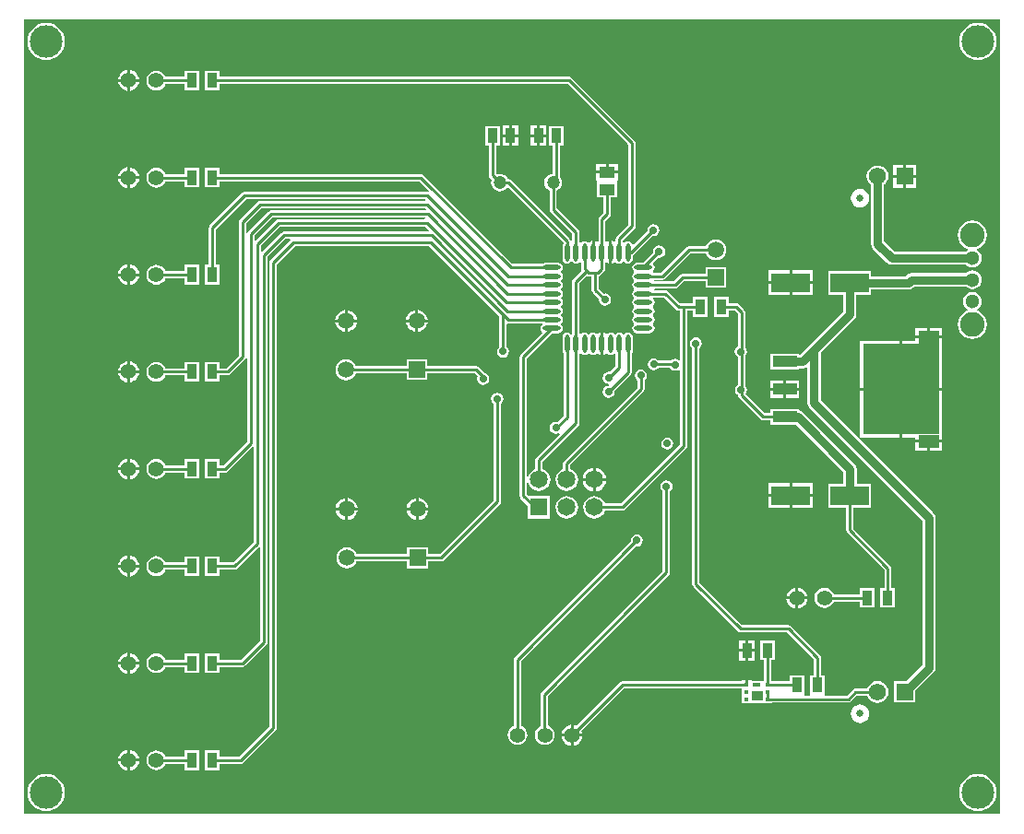
<source format=gtl>
G04*
G04 #@! TF.GenerationSoftware,Altium Limited,Altium Designer,21.9.2 (33)*
G04*
G04 Layer_Physical_Order=1*
G04 Layer_Color=255*
%FSLAX44Y44*%
%MOMM*%
G71*
G04*
G04 #@! TF.SameCoordinates,0E528642-7EEA-4571-B266-ABD313229C03*
G04*
G04*
G04 #@! TF.FilePolarity,Positive*
G04*
G01*
G75*
%ADD12C,0.2540*%
%ADD17R,0.9500X1.4000*%
%ADD18O,1.6500X0.4500*%
%ADD19O,0.4500X1.6500*%
%ADD20R,1.0000X0.9500*%
%ADD21R,0.7500X0.3000*%
%ADD22R,0.4500X0.3000*%
%ADD23R,1.9100X1.2350*%
%ADD24R,7.0000X8.3300*%
%ADD25R,2.1600X1.0700*%
%ADD26R,0.9100X1.3900*%
%ADD27R,1.4700X1.0200*%
%ADD28R,3.5500X1.8000*%
%ADD56C,0.8000*%
%ADD57C,1.4000*%
%ADD58C,1.3000*%
%ADD59C,2.2500*%
%ADD60R,1.5000X1.5000*%
%ADD61C,1.5000*%
%ADD62C,1.4160*%
%ADD63R,1.5000X1.5000*%
%ADD64C,1.2000*%
%ADD65R,1.6500X1.6500*%
%ADD66C,1.6500*%
%ADD67R,1.5750X1.5750*%
%ADD68C,1.5750*%
%ADD69C,0.6500*%
%ADD70C,3.0000*%
%ADD71C,0.7000*%
G36*
X895000Y-730000D02*
X0D01*
Y0D01*
X895000D01*
X895000Y-730000D01*
D02*
G37*
%LPC*%
G36*
X875000Y-2918D02*
X871667Y-3246D01*
X868463Y-4218D01*
X865510Y-5797D01*
X862921Y-7921D01*
X860797Y-10510D01*
X859218Y-13463D01*
X858246Y-16667D01*
X857918Y-20000D01*
X858246Y-23333D01*
X859218Y-26537D01*
X860797Y-29490D01*
X862921Y-32079D01*
X865510Y-34203D01*
X868463Y-35782D01*
X871667Y-36754D01*
X875000Y-37082D01*
X878333Y-36754D01*
X881537Y-35782D01*
X884490Y-34203D01*
X887079Y-32079D01*
X889203Y-29490D01*
X890782Y-26537D01*
X891754Y-23333D01*
X892082Y-20000D01*
X891754Y-16667D01*
X890782Y-13463D01*
X889203Y-10510D01*
X887079Y-7921D01*
X884490Y-5797D01*
X881537Y-4218D01*
X878333Y-3246D01*
X875000Y-2918D01*
D02*
G37*
G36*
X20000D02*
X16667Y-3246D01*
X13463Y-4218D01*
X10510Y-5797D01*
X7921Y-7921D01*
X5797Y-10510D01*
X4218Y-13463D01*
X3246Y-16667D01*
X2918Y-20000D01*
X3246Y-23333D01*
X4218Y-26537D01*
X5797Y-29490D01*
X7921Y-32079D01*
X10510Y-34203D01*
X13463Y-35782D01*
X16667Y-36754D01*
X20000Y-37082D01*
X23333Y-36754D01*
X26537Y-35782D01*
X29490Y-34203D01*
X32079Y-32079D01*
X34203Y-29490D01*
X35782Y-26537D01*
X36754Y-23333D01*
X37082Y-20000D01*
X36754Y-16667D01*
X35782Y-13463D01*
X34203Y-10510D01*
X32079Y-7921D01*
X29490Y-5797D01*
X26537Y-4218D01*
X23333Y-3246D01*
X20000Y-2918D01*
D02*
G37*
G36*
X96960Y-46454D02*
Y-54720D01*
X105226D01*
X105062Y-53479D01*
X104093Y-51139D01*
X102551Y-49129D01*
X100541Y-47587D01*
X98201Y-46618D01*
X96960Y-46454D01*
D02*
G37*
G36*
X94420D02*
X93179Y-46618D01*
X90838Y-47587D01*
X88829Y-49129D01*
X87287Y-51139D01*
X86318Y-53479D01*
X86154Y-54720D01*
X94420D01*
Y-46454D01*
D02*
G37*
G36*
X121090Y-46832D02*
X118720Y-47144D01*
X116511Y-48059D01*
X114614Y-49514D01*
X113159Y-51411D01*
X112244Y-53620D01*
X111932Y-55990D01*
X112244Y-58360D01*
X113159Y-60569D01*
X114614Y-62466D01*
X116511Y-63921D01*
X118720Y-64836D01*
X121090Y-65148D01*
X123460Y-64836D01*
X125669Y-63921D01*
X127566Y-62466D01*
X129021Y-60569D01*
X129537Y-59324D01*
X146750D01*
Y-64990D01*
X160250D01*
Y-46990D01*
X146750D01*
Y-52656D01*
X129537D01*
X129021Y-51411D01*
X127566Y-49514D01*
X125669Y-48059D01*
X123460Y-47144D01*
X121090Y-46832D01*
D02*
G37*
G36*
X105226Y-57260D02*
X96960D01*
Y-65526D01*
X98201Y-65362D01*
X100541Y-64393D01*
X102551Y-62851D01*
X104093Y-60841D01*
X105062Y-58501D01*
X105226Y-57260D01*
D02*
G37*
G36*
X94420D02*
X86154D01*
X86318Y-58501D01*
X87287Y-60841D01*
X88829Y-62851D01*
X90838Y-64393D01*
X93179Y-65362D01*
X94420Y-65526D01*
Y-57260D01*
D02*
G37*
G36*
X453250Y-97150D02*
X447430D01*
Y-105370D01*
X453250D01*
Y-97150D01*
D02*
G37*
G36*
X478760D02*
X472940D01*
Y-105370D01*
X478760D01*
Y-97150D01*
D02*
G37*
G36*
X470400D02*
X464580D01*
Y-105370D01*
X470400D01*
Y-97150D01*
D02*
G37*
G36*
X444890D02*
X439070D01*
Y-105370D01*
X444890D01*
Y-97150D01*
D02*
G37*
G36*
X478760Y-107910D02*
X472940D01*
Y-116130D01*
X478760D01*
Y-107910D01*
D02*
G37*
G36*
X470400D02*
X464580D01*
Y-116130D01*
X470400D01*
Y-107910D01*
D02*
G37*
G36*
X453250D02*
X447430D01*
Y-116130D01*
X453250D01*
Y-107910D01*
D02*
G37*
G36*
X444890D02*
X439070D01*
Y-116130D01*
X444890D01*
Y-107910D01*
D02*
G37*
G36*
X544640Y-132610D02*
X536020D01*
Y-138980D01*
X544640D01*
Y-132610D01*
D02*
G37*
G36*
X533480D02*
X524860D01*
Y-138980D01*
X533480D01*
Y-132610D01*
D02*
G37*
G36*
X818405Y-133605D02*
X809260D01*
Y-142750D01*
X818405D01*
Y-133605D01*
D02*
G37*
G36*
X806720D02*
X797575D01*
Y-142750D01*
X806720D01*
Y-133605D01*
D02*
G37*
G36*
X96960Y-135673D02*
Y-143939D01*
X105226D01*
X105062Y-142697D01*
X104093Y-140357D01*
X102551Y-138348D01*
X100541Y-136805D01*
X98201Y-135836D01*
X96960Y-135673D01*
D02*
G37*
G36*
X94420D02*
X93179Y-135836D01*
X90838Y-136805D01*
X88829Y-138348D01*
X87287Y-140357D01*
X86318Y-142697D01*
X86154Y-143939D01*
X94420D01*
Y-135673D01*
D02*
G37*
G36*
X121090Y-136050D02*
X118720Y-136362D01*
X116511Y-137277D01*
X114614Y-138733D01*
X113159Y-140629D01*
X112244Y-142838D01*
X111932Y-145209D01*
X112244Y-147579D01*
X113159Y-149788D01*
X114614Y-151685D01*
X116511Y-153140D01*
X118720Y-154055D01*
X121090Y-154367D01*
X123460Y-154055D01*
X125669Y-153140D01*
X127566Y-151685D01*
X129021Y-149788D01*
X129537Y-148543D01*
X146750D01*
Y-154209D01*
X160250D01*
Y-136209D01*
X146750D01*
Y-141875D01*
X129537D01*
X129021Y-140629D01*
X127566Y-138733D01*
X125669Y-137277D01*
X123460Y-136362D01*
X121090Y-136050D01*
D02*
G37*
G36*
X818405Y-145290D02*
X809260D01*
Y-154435D01*
X818405D01*
Y-145290D01*
D02*
G37*
G36*
X806720D02*
X797575D01*
Y-154435D01*
X806720D01*
Y-145290D01*
D02*
G37*
G36*
X105226Y-146479D02*
X96960D01*
Y-154744D01*
X98201Y-154581D01*
X100541Y-153612D01*
X102551Y-152070D01*
X104093Y-150060D01*
X105062Y-147720D01*
X105226Y-146479D01*
D02*
G37*
G36*
X94420D02*
X86154D01*
X86318Y-147720D01*
X87287Y-150060D01*
X88829Y-152070D01*
X90838Y-153612D01*
X93179Y-154581D01*
X94420Y-154744D01*
Y-146479D01*
D02*
G37*
G36*
X766990Y-155447D02*
X764771Y-155739D01*
X762703Y-156595D01*
X760928Y-157958D01*
X759565Y-159733D01*
X758709Y-161801D01*
X758417Y-164020D01*
X758709Y-166239D01*
X759565Y-168307D01*
X760928Y-170082D01*
X762703Y-171445D01*
X764771Y-172301D01*
X766990Y-172593D01*
X769209Y-172301D01*
X771276Y-171445D01*
X773052Y-170082D01*
X774415Y-168307D01*
X775271Y-166239D01*
X775563Y-164020D01*
X775271Y-161801D01*
X774415Y-159733D01*
X773052Y-157958D01*
X771276Y-156595D01*
X769209Y-155739D01*
X766990Y-155447D01*
D02*
G37*
G36*
X179250Y-46990D02*
X165750D01*
Y-64990D01*
X179250D01*
Y-59324D01*
X498859D01*
X554416Y-114881D01*
Y-188369D01*
X543693Y-199092D01*
X542970Y-200174D01*
X542716Y-201450D01*
Y-203855D01*
X541775Y-204221D01*
X541446Y-204288D01*
X539919Y-203268D01*
X539320Y-203149D01*
Y-213780D01*
Y-224411D01*
X539919Y-224292D01*
X541504Y-223233D01*
X541764Y-222844D01*
X542196D01*
X543197Y-222985D01*
X544392Y-223783D01*
X546050Y-224113D01*
X547708Y-223783D01*
X549114Y-222844D01*
X549415Y-222394D01*
X550685D01*
X550986Y-222844D01*
X552392Y-223783D01*
X554050Y-224113D01*
X555708Y-223783D01*
X557114Y-222844D01*
X558054Y-221438D01*
X558383Y-219780D01*
Y-216768D01*
X559328Y-216137D01*
X576505Y-198960D01*
X577250Y-199108D01*
X579396Y-198681D01*
X581215Y-197465D01*
X582431Y-195646D01*
X582858Y-193500D01*
X582431Y-191354D01*
X581215Y-189535D01*
X579396Y-188319D01*
X577250Y-187892D01*
X575104Y-188319D01*
X573285Y-189535D01*
X572069Y-191354D01*
X571642Y-193500D01*
X571790Y-194245D01*
X559315Y-206720D01*
X558099Y-206352D01*
X558054Y-206122D01*
X557114Y-204716D01*
X555708Y-203776D01*
X554050Y-203447D01*
X552392Y-203776D01*
X550986Y-204716D01*
X549650Y-204429D01*
X549384Y-204202D01*
Y-202831D01*
X560107Y-192108D01*
X560830Y-191026D01*
X561084Y-189750D01*
Y-113500D01*
X560830Y-112224D01*
X560107Y-111143D01*
X502598Y-53632D01*
X501516Y-52910D01*
X500240Y-52656D01*
X179250D01*
Y-46990D01*
D02*
G37*
G36*
X494620Y-97690D02*
X481520D01*
Y-115590D01*
X484736D01*
Y-141815D01*
X483132Y-142026D01*
X481185Y-142832D01*
X479514Y-144115D01*
X478232Y-145786D01*
X477426Y-147732D01*
X477151Y-149820D01*
X477426Y-151909D01*
X478232Y-153855D01*
X479514Y-155526D01*
X481185Y-156808D01*
X481886Y-157098D01*
Y-174720D01*
X482140Y-175996D01*
X482863Y-177078D01*
X502716Y-196931D01*
Y-203451D01*
X502007Y-203861D01*
X501437Y-203577D01*
X501369Y-203472D01*
X501130Y-202274D01*
X500408Y-201193D01*
X446678Y-147463D01*
X445596Y-146740D01*
X444320Y-146486D01*
X443698D01*
X443408Y-145786D01*
X442126Y-144115D01*
X440454Y-142832D01*
X438508Y-142026D01*
X436420Y-141751D01*
X434332Y-142026D01*
X434247Y-142061D01*
X433094Y-141194D01*
Y-115590D01*
X436310D01*
Y-97690D01*
X423210D01*
Y-115590D01*
X426426D01*
Y-143160D01*
X426680Y-144436D01*
X427402Y-145518D01*
X428916Y-147031D01*
X428626Y-147732D01*
X428351Y-149820D01*
X428626Y-151909D01*
X429432Y-153855D01*
X430714Y-155526D01*
X432385Y-156808D01*
X434332Y-157614D01*
X436420Y-157889D01*
X438508Y-157614D01*
X440454Y-156808D01*
X442126Y-155526D01*
X442729Y-154740D01*
X444414Y-154629D01*
X494716Y-204931D01*
Y-205120D01*
X494047Y-206122D01*
X493717Y-207780D01*
Y-219780D01*
X494047Y-221438D01*
X494986Y-222844D01*
X496392Y-223783D01*
X498050Y-224113D01*
X499709Y-223783D01*
X501114Y-222844D01*
X501415Y-222394D01*
X502685D01*
X502986Y-222844D01*
X504392Y-223783D01*
X506050Y-224113D01*
X507709Y-223783D01*
X509114Y-222844D01*
X510450Y-223131D01*
X510716Y-223358D01*
Y-229050D01*
X510970Y-230326D01*
X511266Y-230769D01*
X503693Y-238342D01*
X502970Y-239424D01*
X502716Y-240700D01*
Y-288827D01*
X501977Y-289166D01*
X501415D01*
X501114Y-288716D01*
X499709Y-287776D01*
X498050Y-287446D01*
X496392Y-287776D01*
X494986Y-288716D01*
X494047Y-290121D01*
X493717Y-291780D01*
Y-303780D01*
X494047Y-305438D01*
X494716Y-306440D01*
Y-363819D01*
X488912Y-369623D01*
X487750Y-369392D01*
X485604Y-369819D01*
X483785Y-371035D01*
X482569Y-372854D01*
X482142Y-375000D01*
X482569Y-377146D01*
X483785Y-378965D01*
X485604Y-380181D01*
X487750Y-380608D01*
X489896Y-380181D01*
X490384Y-379855D01*
X491194Y-380841D01*
X469992Y-402043D01*
X469270Y-403124D01*
X469016Y-404400D01*
Y-412937D01*
X467181Y-413697D01*
X465040Y-415340D01*
X463397Y-417481D01*
X462364Y-419974D01*
X461134Y-419758D01*
Y-311411D01*
X484432Y-288113D01*
X490050D01*
X491709Y-287783D01*
X493114Y-286844D01*
X494054Y-285438D01*
X494384Y-283780D01*
X494054Y-282122D01*
X493114Y-280716D01*
X492664Y-280415D01*
Y-279145D01*
X493114Y-278844D01*
X494054Y-277438D01*
X494384Y-275780D01*
X494054Y-274121D01*
X493114Y-272716D01*
X492664Y-272415D01*
Y-271145D01*
X493114Y-270844D01*
X494054Y-269438D01*
X494384Y-267780D01*
X494054Y-266122D01*
X493114Y-264716D01*
X492664Y-264415D01*
Y-263145D01*
X493114Y-262844D01*
X494054Y-261438D01*
X494384Y-259780D01*
X494054Y-258122D01*
X493114Y-256716D01*
X492664Y-256415D01*
Y-255145D01*
X493114Y-254844D01*
X494054Y-253438D01*
X494384Y-251780D01*
X494054Y-250122D01*
X493114Y-248716D01*
X492664Y-248415D01*
Y-247145D01*
X493114Y-246844D01*
X494054Y-245438D01*
X494384Y-243780D01*
X494054Y-242122D01*
X493114Y-240716D01*
X492664Y-240415D01*
Y-239145D01*
X493114Y-238844D01*
X494054Y-237438D01*
X494384Y-235780D01*
X494054Y-234122D01*
X493114Y-232716D01*
X492664Y-232415D01*
Y-231145D01*
X493114Y-230844D01*
X494054Y-229438D01*
X494384Y-227780D01*
X494054Y-226122D01*
X493114Y-224716D01*
X491709Y-223776D01*
X490050Y-223447D01*
X478050D01*
X476392Y-223776D01*
X475390Y-224446D01*
X447661D01*
X366066Y-142851D01*
X364985Y-142128D01*
X363709Y-141875D01*
X179250D01*
Y-136209D01*
X165750D01*
Y-154209D01*
X179250D01*
Y-148543D01*
X362328D01*
X370943Y-157158D01*
X370317Y-158329D01*
X369500Y-158166D01*
X202250D01*
X200974Y-158420D01*
X199893Y-159143D01*
X170142Y-188892D01*
X169420Y-189974D01*
X169166Y-191250D01*
Y-225427D01*
X165750D01*
Y-243427D01*
X179250D01*
Y-225427D01*
X175834D01*
Y-192631D01*
X203631Y-164834D01*
X367583D01*
X368009Y-165396D01*
X367377Y-166666D01*
X216000D01*
X214724Y-166920D01*
X213643Y-167642D01*
X197642Y-183643D01*
X196920Y-184724D01*
X196666Y-186000D01*
Y-308619D01*
X184973Y-320312D01*
X179250D01*
Y-314646D01*
X165750D01*
Y-332646D01*
X179250D01*
Y-326980D01*
X186354D01*
X187630Y-326726D01*
X188712Y-326003D01*
X202358Y-312358D01*
X203080Y-311276D01*
X203146Y-310946D01*
X204416Y-311071D01*
Y-387619D01*
X182505Y-409530D01*
X179250D01*
Y-403864D01*
X165750D01*
Y-421864D01*
X179250D01*
Y-416198D01*
X183886D01*
X185162Y-415945D01*
X186243Y-415222D01*
X209146Y-392319D01*
X210416Y-392845D01*
Y-479869D01*
X191536Y-498749D01*
X179250D01*
Y-493083D01*
X165750D01*
Y-511083D01*
X179250D01*
Y-505417D01*
X192917D01*
X194193Y-505163D01*
X195275Y-504440D01*
X215146Y-484569D01*
X216416Y-485095D01*
Y-570369D01*
X198818Y-587967D01*
X179250D01*
Y-582301D01*
X165750D01*
Y-600301D01*
X179250D01*
Y-594636D01*
X200199D01*
X201474Y-594382D01*
X202556Y-593659D01*
X222108Y-574108D01*
X222830Y-573026D01*
X223084Y-571750D01*
Y-218131D01*
X239631Y-201584D01*
X243405D01*
X243931Y-202854D01*
X225893Y-220893D01*
X225170Y-221974D01*
X224916Y-223250D01*
Y-649119D01*
X196849Y-677186D01*
X179250D01*
Y-671520D01*
X165750D01*
Y-689520D01*
X179250D01*
Y-683854D01*
X198230D01*
X199506Y-683600D01*
X200588Y-682878D01*
X230607Y-652858D01*
X231330Y-651776D01*
X231584Y-650500D01*
Y-224631D01*
X248131Y-208084D01*
X371501D01*
X435916Y-272499D01*
Y-300613D01*
X435285Y-301035D01*
X434069Y-302854D01*
X433642Y-305000D01*
X434069Y-307146D01*
X435285Y-308965D01*
X437104Y-310181D01*
X439250Y-310608D01*
X441396Y-310181D01*
X443215Y-308965D01*
X444431Y-307146D01*
X444858Y-305000D01*
X444431Y-302854D01*
X443215Y-301035D01*
X442584Y-300613D01*
Y-280145D01*
X443854Y-279102D01*
X443911Y-279114D01*
X475098D01*
X475437Y-279853D01*
Y-280415D01*
X474986Y-280716D01*
X474047Y-282122D01*
X473717Y-283780D01*
X474047Y-285438D01*
X474986Y-286844D01*
X475101Y-288014D01*
X455443Y-307673D01*
X454720Y-308754D01*
X454466Y-310030D01*
Y-437500D01*
X454720Y-438776D01*
X455443Y-439857D01*
X462100Y-446515D01*
Y-458300D01*
X482600D01*
Y-437800D01*
X462815D01*
X461134Y-436119D01*
Y-425542D01*
X462364Y-425326D01*
X463397Y-427819D01*
X465040Y-429960D01*
X467181Y-431603D01*
X469674Y-432636D01*
X472350Y-432988D01*
X475026Y-432636D01*
X477519Y-431603D01*
X479660Y-429960D01*
X481303Y-427819D01*
X482336Y-425326D01*
X482688Y-422650D01*
X482336Y-419974D01*
X481303Y-417481D01*
X479660Y-415340D01*
X477519Y-413697D01*
X475684Y-412937D01*
Y-405781D01*
X508408Y-373057D01*
X509131Y-371976D01*
X509384Y-370700D01*
Y-306732D01*
X510123Y-306393D01*
X510685D01*
X510986Y-306844D01*
X512392Y-307783D01*
X514050Y-308113D01*
X515709Y-307783D01*
X517114Y-306844D01*
X517415Y-306393D01*
X518685D01*
X518986Y-306844D01*
X520392Y-307783D01*
X522050Y-308113D01*
X523708Y-307783D01*
X524903Y-306985D01*
X525905Y-306844D01*
X526337D01*
X526597Y-307233D01*
X528181Y-308292D01*
X528780Y-308411D01*
Y-297780D01*
Y-287148D01*
X528181Y-287268D01*
X526597Y-288326D01*
X526337Y-288716D01*
X525905D01*
X524903Y-288575D01*
X523708Y-287776D01*
X522050Y-287446D01*
X520392Y-287776D01*
X518986Y-288716D01*
X518685Y-289166D01*
X517415D01*
X517114Y-288716D01*
X515709Y-287776D01*
X514050Y-287446D01*
X512392Y-287776D01*
X510986Y-288716D01*
X509650Y-288429D01*
X509384Y-288202D01*
Y-242081D01*
X515971Y-235494D01*
X516474Y-235830D01*
X517750Y-236084D01*
X520666D01*
Y-248500D01*
X520920Y-249776D01*
X521642Y-250858D01*
X527290Y-256505D01*
X527142Y-257250D01*
X527569Y-259396D01*
X528785Y-261215D01*
X530604Y-262431D01*
X532750Y-262858D01*
X534896Y-262431D01*
X536715Y-261215D01*
X537931Y-259396D01*
X538358Y-257250D01*
X537931Y-255104D01*
X536715Y-253285D01*
X534896Y-252069D01*
X532750Y-251642D01*
X532005Y-251790D01*
X527334Y-247119D01*
Y-235868D01*
X527526Y-235830D01*
X528607Y-235107D01*
X532408Y-231307D01*
X533130Y-230226D01*
X533384Y-228950D01*
Y-223705D01*
X534326Y-223339D01*
X534654Y-223272D01*
X536181Y-224292D01*
X536780Y-224411D01*
Y-213780D01*
Y-203149D01*
X536181Y-203268D01*
X534654Y-204288D01*
X534326Y-204221D01*
X533384Y-203855D01*
Y-184831D01*
X537108Y-181108D01*
X537830Y-180026D01*
X538084Y-178750D01*
Y-163350D01*
X544100D01*
Y-149160D01*
X544100Y-149150D01*
X544124Y-147890D01*
X544640D01*
Y-141520D01*
X524860D01*
Y-147890D01*
X525376D01*
X525400Y-149150D01*
X525400Y-149160D01*
Y-163350D01*
X531416D01*
Y-177369D01*
X527693Y-181092D01*
X526970Y-182174D01*
X526716Y-183450D01*
Y-203855D01*
X525775Y-204221D01*
X525446Y-204288D01*
X523919Y-203268D01*
X523320Y-203149D01*
Y-213780D01*
X520780D01*
Y-203149D01*
X520181Y-203268D01*
X518597Y-204326D01*
X518337Y-204716D01*
X517905D01*
X516903Y-204575D01*
X515709Y-203776D01*
X514050Y-203447D01*
X512392Y-203776D01*
X510986Y-204716D01*
X509650Y-204429D01*
X509384Y-204202D01*
Y-195550D01*
X509131Y-194274D01*
X508408Y-193193D01*
X488554Y-173339D01*
Y-157098D01*
X489254Y-156808D01*
X490926Y-155526D01*
X492208Y-153855D01*
X493014Y-151909D01*
X493289Y-149820D01*
X493014Y-147732D01*
X492208Y-145786D01*
X491404Y-144738D01*
Y-115590D01*
X494620D01*
Y-97690D01*
D02*
G37*
G36*
X634500Y-202018D02*
X632020Y-202345D01*
X629709Y-203302D01*
X627725Y-204825D01*
X626202Y-206809D01*
X625598Y-208266D01*
X609900D01*
X608624Y-208520D01*
X607542Y-209242D01*
X584339Y-232446D01*
X577003D01*
X576664Y-231707D01*
Y-231145D01*
X577114Y-230844D01*
X578054Y-229438D01*
X578383Y-227780D01*
X578054Y-226122D01*
X577114Y-224716D01*
X576999Y-223546D01*
X581822Y-218723D01*
X582500Y-218858D01*
X584646Y-218431D01*
X586465Y-217215D01*
X587681Y-215396D01*
X588108Y-213250D01*
X587681Y-211104D01*
X586465Y-209285D01*
X584646Y-208069D01*
X582500Y-207642D01*
X580354Y-208069D01*
X578535Y-209285D01*
X577319Y-211104D01*
X576892Y-213250D01*
X577054Y-214061D01*
X567668Y-223447D01*
X562050D01*
X560392Y-223776D01*
X558986Y-224716D01*
X558047Y-226122D01*
X557717Y-227780D01*
X558047Y-229438D01*
X558986Y-230844D01*
X559436Y-231145D01*
Y-232415D01*
X558986Y-232716D01*
X558047Y-234122D01*
X557717Y-235780D01*
X558047Y-237438D01*
X558986Y-238844D01*
X559436Y-239145D01*
Y-240415D01*
X558986Y-240716D01*
X558047Y-242122D01*
X557717Y-243780D01*
X558047Y-245438D01*
X558986Y-246844D01*
X559436Y-247145D01*
Y-248415D01*
X558986Y-248716D01*
X558047Y-250122D01*
X557717Y-251780D01*
X558047Y-253438D01*
X558986Y-254844D01*
X559436Y-255145D01*
Y-256415D01*
X558986Y-256716D01*
X558047Y-258122D01*
X557717Y-259780D01*
X558047Y-261438D01*
X558986Y-262844D01*
X559436Y-263145D01*
Y-264415D01*
X558986Y-264716D01*
X558047Y-266122D01*
X557717Y-267780D01*
X558047Y-269438D01*
X558986Y-270844D01*
X559436Y-271145D01*
Y-272415D01*
X558986Y-272716D01*
X558047Y-274121D01*
X557717Y-275780D01*
X558047Y-277438D01*
X558986Y-278844D01*
X559436Y-279145D01*
Y-280415D01*
X558986Y-280716D01*
X558047Y-282122D01*
X557717Y-283780D01*
X558047Y-285438D01*
X558986Y-286844D01*
X560392Y-287783D01*
X562050Y-288113D01*
X574050D01*
X575708Y-287783D01*
X577114Y-286844D01*
X578054Y-285438D01*
X578383Y-283780D01*
X578054Y-282122D01*
X577114Y-280716D01*
X576664Y-280415D01*
Y-279145D01*
X577114Y-278844D01*
X578054Y-277438D01*
X578383Y-275780D01*
X578054Y-274121D01*
X577114Y-272716D01*
X576664Y-272415D01*
Y-271145D01*
X577114Y-270844D01*
X578054Y-269438D01*
X578383Y-267780D01*
X578054Y-266122D01*
X577114Y-264716D01*
X576664Y-264415D01*
Y-263145D01*
X577114Y-262844D01*
X578054Y-261438D01*
X578383Y-259780D01*
X578054Y-258122D01*
X577114Y-256716D01*
X577401Y-255380D01*
X577628Y-255114D01*
X586899D01*
X598143Y-266357D01*
X599224Y-267080D01*
X600500Y-267334D01*
X601916D01*
Y-311975D01*
X600646Y-312654D01*
X599396Y-311819D01*
X597250Y-311392D01*
X595104Y-311819D01*
X593285Y-313035D01*
X593030Y-313416D01*
X582137D01*
X581715Y-312785D01*
X579896Y-311569D01*
X577750Y-311142D01*
X575604Y-311569D01*
X573785Y-312785D01*
X572569Y-314604D01*
X572142Y-316750D01*
X572569Y-318896D01*
X573785Y-320715D01*
X575604Y-321931D01*
X577750Y-322358D01*
X579896Y-321931D01*
X581715Y-320715D01*
X582137Y-320084D01*
X592696D01*
X593285Y-320965D01*
X595104Y-322181D01*
X597250Y-322608D01*
X599396Y-322181D01*
X600646Y-321346D01*
X601916Y-322024D01*
Y-390119D01*
X547319Y-444716D01*
X532864D01*
X532103Y-442881D01*
X530460Y-440740D01*
X528319Y-439097D01*
X525826Y-438064D01*
X523150Y-437712D01*
X520474Y-438064D01*
X517981Y-439097D01*
X515840Y-440740D01*
X514197Y-442881D01*
X513164Y-445374D01*
X512812Y-448050D01*
X513164Y-450726D01*
X514197Y-453219D01*
X515840Y-455360D01*
X517981Y-457003D01*
X520474Y-458036D01*
X523150Y-458388D01*
X525826Y-458036D01*
X528319Y-457003D01*
X530460Y-455360D01*
X532103Y-453219D01*
X532864Y-451384D01*
X548700D01*
X549976Y-451130D01*
X551058Y-450407D01*
X607607Y-393857D01*
X608330Y-392776D01*
X608584Y-391500D01*
Y-267334D01*
X613750D01*
Y-273000D01*
X627250D01*
Y-255000D01*
X613750D01*
Y-260666D01*
X601881D01*
X590637Y-249422D01*
X589556Y-248700D01*
X588280Y-248446D01*
X578378D01*
X577994Y-247780D01*
X578378Y-247114D01*
X597220D01*
X598496Y-246860D01*
X599578Y-246137D01*
X605381Y-240334D01*
X625000D01*
Y-246500D01*
X644000D01*
Y-227500D01*
X625000D01*
Y-233666D01*
X604000D01*
X602724Y-233920D01*
X601642Y-234643D01*
X595839Y-240446D01*
X578378D01*
X577994Y-239780D01*
X578378Y-239114D01*
X585720D01*
X586996Y-238860D01*
X588078Y-238137D01*
X611281Y-214934D01*
X625598D01*
X626202Y-216391D01*
X627725Y-218375D01*
X629709Y-219898D01*
X632020Y-220856D01*
X634500Y-221182D01*
X636980Y-220856D01*
X639291Y-219898D01*
X641275Y-218375D01*
X642798Y-216391D01*
X643755Y-214080D01*
X644082Y-211600D01*
X643755Y-209120D01*
X642798Y-206809D01*
X641275Y-204825D01*
X639291Y-203302D01*
X636980Y-202345D01*
X634500Y-202018D01*
D02*
G37*
G36*
X782990Y-134060D02*
X780412Y-134399D01*
X778010Y-135394D01*
X775947Y-136977D01*
X774364Y-139040D01*
X773369Y-141442D01*
X773030Y-144020D01*
X773369Y-146598D01*
X774364Y-149000D01*
X775947Y-151063D01*
X776872Y-151773D01*
Y-205990D01*
X777338Y-208331D01*
X778664Y-210315D01*
X791674Y-223326D01*
X793659Y-224652D01*
X796000Y-225117D01*
X864010D01*
X865713Y-226425D01*
X867781Y-227281D01*
X870000Y-227573D01*
X872219Y-227281D01*
X874287Y-226425D01*
X876062Y-225062D01*
X877425Y-223287D01*
X878281Y-221219D01*
X878573Y-219000D01*
X878281Y-216781D01*
X877425Y-214713D01*
X876062Y-212938D01*
X874596Y-211813D01*
X874590Y-210756D01*
X874728Y-210383D01*
X876682Y-209574D01*
X879450Y-207450D01*
X881574Y-204682D01*
X882909Y-201459D01*
X883364Y-198000D01*
X882909Y-194541D01*
X881574Y-191318D01*
X879450Y-188550D01*
X876682Y-186426D01*
X873459Y-185091D01*
X870000Y-184636D01*
X866541Y-185091D01*
X863318Y-186426D01*
X860550Y-188550D01*
X858426Y-191318D01*
X857091Y-194541D01*
X856636Y-198000D01*
X857091Y-201459D01*
X858426Y-204682D01*
X860550Y-207450D01*
X863318Y-209574D01*
X865272Y-210383D01*
X865410Y-210756D01*
X865404Y-211813D01*
X864010Y-212882D01*
X798534D01*
X789107Y-203456D01*
Y-151773D01*
X790033Y-151063D01*
X791616Y-149000D01*
X792611Y-146598D01*
X792950Y-144020D01*
X792611Y-141442D01*
X791616Y-139040D01*
X790033Y-136977D01*
X787970Y-135394D01*
X785568Y-134399D01*
X782990Y-134060D01*
D02*
G37*
G36*
X96960Y-224891D02*
Y-233157D01*
X105226D01*
X105062Y-231916D01*
X104093Y-229576D01*
X102551Y-227566D01*
X100541Y-226024D01*
X98201Y-225055D01*
X96960Y-224891D01*
D02*
G37*
G36*
X94420D02*
X93179Y-225055D01*
X90838Y-226024D01*
X88829Y-227566D01*
X87287Y-229576D01*
X86318Y-231916D01*
X86154Y-233157D01*
X94420D01*
Y-224891D01*
D02*
G37*
G36*
X870000Y-230427D02*
X867781Y-230719D01*
X865713Y-231575D01*
X864010Y-232882D01*
X814000D01*
X811659Y-233348D01*
X809674Y-234674D01*
X808656Y-235693D01*
X777270D01*
Y-230810D01*
X737770D01*
Y-252810D01*
X751403D01*
Y-268196D01*
X720424Y-299174D01*
X720424Y-299174D01*
X711870Y-307729D01*
X710600Y-307228D01*
Y-306850D01*
X685000D01*
Y-321550D01*
X710600D01*
Y-320317D01*
X714050D01*
X716391Y-319852D01*
X717363Y-319203D01*
X718633Y-319882D01*
Y-352250D01*
X719098Y-354591D01*
X720424Y-356576D01*
X824133Y-460284D01*
Y-592936D01*
X809213Y-607855D01*
X798115D01*
Y-627605D01*
X817865D01*
Y-616507D01*
X834576Y-599796D01*
X835902Y-597811D01*
X836367Y-595470D01*
Y-457750D01*
X835902Y-455409D01*
X834576Y-453424D01*
X730868Y-349716D01*
Y-306034D01*
X761846Y-275056D01*
X763172Y-273071D01*
X763637Y-270730D01*
Y-252810D01*
X777270D01*
Y-247927D01*
X811190D01*
X813531Y-247462D01*
X815516Y-246136D01*
X816534Y-245117D01*
X864010D01*
X865713Y-246425D01*
X867781Y-247281D01*
X870000Y-247573D01*
X872219Y-247281D01*
X874287Y-246425D01*
X876062Y-245062D01*
X877425Y-243287D01*
X878281Y-241219D01*
X878573Y-239000D01*
X878281Y-236781D01*
X877425Y-234713D01*
X876062Y-232938D01*
X874287Y-231575D01*
X872219Y-230719D01*
X870000Y-230427D01*
D02*
G37*
G36*
X723810Y-230270D02*
X704790D01*
Y-240540D01*
X723810D01*
Y-230270D01*
D02*
G37*
G36*
X702250D02*
X683230D01*
Y-240540D01*
X702250D01*
Y-230270D01*
D02*
G37*
G36*
X121090Y-225269D02*
X118720Y-225581D01*
X116511Y-226496D01*
X114614Y-227951D01*
X113159Y-229848D01*
X112244Y-232057D01*
X111932Y-234427D01*
X112244Y-236798D01*
X113159Y-239006D01*
X114614Y-240903D01*
X116511Y-242358D01*
X118720Y-243274D01*
X121090Y-243585D01*
X123460Y-243274D01*
X125669Y-242358D01*
X127566Y-240903D01*
X129021Y-239006D01*
X129537Y-237761D01*
X146750D01*
Y-243427D01*
X160250D01*
Y-225427D01*
X146750D01*
Y-231093D01*
X129537D01*
X129021Y-229848D01*
X127566Y-227951D01*
X125669Y-226496D01*
X123460Y-225581D01*
X121090Y-225269D01*
D02*
G37*
G36*
X105226Y-235697D02*
X96960D01*
Y-243963D01*
X98201Y-243799D01*
X100541Y-242830D01*
X102551Y-241288D01*
X104093Y-239279D01*
X105062Y-236938D01*
X105226Y-235697D01*
D02*
G37*
G36*
X94420D02*
X86154D01*
X86318Y-236938D01*
X87287Y-239279D01*
X88829Y-241288D01*
X90838Y-242830D01*
X93179Y-243799D01*
X94420Y-243963D01*
Y-235697D01*
D02*
G37*
G36*
X723810Y-243080D02*
X704790D01*
Y-253350D01*
X723810D01*
Y-243080D01*
D02*
G37*
G36*
X702250D02*
X683230D01*
Y-253350D01*
X702250D01*
Y-243080D01*
D02*
G37*
G36*
X296520Y-266791D02*
Y-275480D01*
X305209D01*
X305032Y-274129D01*
X304020Y-271687D01*
X302411Y-269589D01*
X300313Y-267980D01*
X297871Y-266968D01*
X296520Y-266791D01*
D02*
G37*
G36*
X361520Y-266791D02*
Y-275480D01*
X370209D01*
X370032Y-274129D01*
X369020Y-271687D01*
X367411Y-269589D01*
X365313Y-267980D01*
X362871Y-266968D01*
X361520Y-266791D01*
D02*
G37*
G36*
X358980Y-266791D02*
X357629Y-266968D01*
X355187Y-267980D01*
X353089Y-269589D01*
X351480Y-271687D01*
X350468Y-274129D01*
X350291Y-275480D01*
X358980D01*
Y-266791D01*
D02*
G37*
G36*
X293980D02*
X292629Y-266968D01*
X290187Y-267980D01*
X288089Y-269589D01*
X286480Y-271687D01*
X285468Y-274129D01*
X285291Y-275480D01*
X293980D01*
Y-266791D01*
D02*
G37*
G36*
X358980Y-278020D02*
X350291D01*
X350468Y-279371D01*
X351480Y-281813D01*
X353089Y-283911D01*
X355187Y-285520D01*
X357629Y-286532D01*
X358980Y-286709D01*
Y-278020D01*
D02*
G37*
G36*
X305209D02*
X296520D01*
Y-286709D01*
X297871Y-286532D01*
X300313Y-285520D01*
X302411Y-283911D01*
X304020Y-281813D01*
X305032Y-279371D01*
X305209Y-278020D01*
D02*
G37*
G36*
X293980D02*
X285291D01*
X285468Y-279371D01*
X286480Y-281813D01*
X288089Y-283911D01*
X290187Y-285520D01*
X292629Y-286532D01*
X293980Y-286709D01*
Y-278020D01*
D02*
G37*
G36*
X370209D02*
X361520D01*
Y-286709D01*
X362871Y-286532D01*
X365313Y-285520D01*
X367411Y-283911D01*
X369020Y-281813D01*
X370032Y-279371D01*
X370209Y-278020D01*
D02*
G37*
G36*
X842040Y-283060D02*
X831220D01*
Y-290505D01*
X842040D01*
Y-283060D01*
D02*
G37*
G36*
X828680D02*
X817860D01*
Y-290505D01*
X828680D01*
Y-283060D01*
D02*
G37*
G36*
X870000Y-250427D02*
X867781Y-250719D01*
X865713Y-251575D01*
X863938Y-252938D01*
X862575Y-254713D01*
X861719Y-256781D01*
X861427Y-259000D01*
X861719Y-261219D01*
X862575Y-263287D01*
X863938Y-265062D01*
X865404Y-266187D01*
X865410Y-267244D01*
X865272Y-267617D01*
X863318Y-268426D01*
X860550Y-270550D01*
X858426Y-273318D01*
X857091Y-276541D01*
X856636Y-280000D01*
X857091Y-283459D01*
X858426Y-286682D01*
X860550Y-289450D01*
X863318Y-291574D01*
X866541Y-292909D01*
X870000Y-293364D01*
X873459Y-292909D01*
X876682Y-291574D01*
X879450Y-289450D01*
X881574Y-286682D01*
X882909Y-283459D01*
X883364Y-280000D01*
X882909Y-276541D01*
X881574Y-273318D01*
X879450Y-270550D01*
X876682Y-268426D01*
X874728Y-267617D01*
X874590Y-267244D01*
X874596Y-266187D01*
X876062Y-265062D01*
X877425Y-263287D01*
X878281Y-261219D01*
X878573Y-259000D01*
X878281Y-256781D01*
X877425Y-254713D01*
X876062Y-252938D01*
X874287Y-251575D01*
X872219Y-250719D01*
X870000Y-250427D01*
D02*
G37*
G36*
X96960Y-314110D02*
Y-322376D01*
X105226D01*
X105062Y-321134D01*
X104093Y-318794D01*
X102551Y-316785D01*
X100541Y-315243D01*
X98201Y-314273D01*
X96960Y-314110D01*
D02*
G37*
G36*
X94420D02*
X93179Y-314273D01*
X90838Y-315243D01*
X88829Y-316785D01*
X87287Y-318794D01*
X86318Y-321134D01*
X86154Y-322376D01*
X94420D01*
Y-314110D01*
D02*
G37*
G36*
X531320Y-287148D02*
Y-297780D01*
Y-308411D01*
X531919Y-308292D01*
X533504Y-307233D01*
X533764Y-306844D01*
X534196D01*
X535197Y-306985D01*
X536392Y-307783D01*
X538050Y-308113D01*
X539708Y-307783D01*
X541114Y-306844D01*
X542450Y-307130D01*
X542716Y-307357D01*
Y-318319D01*
X537245Y-323790D01*
X536500Y-323642D01*
X534354Y-324069D01*
X532535Y-325285D01*
X531319Y-327104D01*
X530892Y-329250D01*
X531319Y-331396D01*
X532535Y-333215D01*
X534354Y-334431D01*
X536084Y-334775D01*
X536640Y-335809D01*
X536681Y-336090D01*
X536425Y-336427D01*
X536250Y-336392D01*
X534104Y-336819D01*
X532285Y-338035D01*
X531069Y-339854D01*
X530642Y-342000D01*
X531069Y-344146D01*
X532285Y-345965D01*
X534104Y-347181D01*
X536250Y-347608D01*
X538396Y-347181D01*
X540215Y-345965D01*
X541431Y-344146D01*
X541858Y-342000D01*
X541710Y-341255D01*
X556408Y-326557D01*
X557130Y-325476D01*
X557384Y-324200D01*
Y-306440D01*
X558054Y-305438D01*
X558383Y-303780D01*
Y-291780D01*
X558054Y-290121D01*
X557114Y-288716D01*
X555708Y-287776D01*
X554050Y-287446D01*
X552392Y-287776D01*
X550986Y-288716D01*
X550685Y-289166D01*
X549415D01*
X549114Y-288716D01*
X547708Y-287776D01*
X546050Y-287446D01*
X544392Y-287776D01*
X542986Y-288716D01*
X542685Y-289166D01*
X541415D01*
X541114Y-288716D01*
X539708Y-287776D01*
X538050Y-287446D01*
X536392Y-287776D01*
X535197Y-288575D01*
X534196Y-288716D01*
X533764D01*
X533504Y-288326D01*
X531919Y-287268D01*
X531320Y-287148D01*
D02*
G37*
G36*
X121090Y-314487D02*
X118720Y-314799D01*
X116511Y-315714D01*
X114614Y-317170D01*
X113159Y-319067D01*
X112244Y-321275D01*
X111932Y-323646D01*
X112244Y-326016D01*
X113159Y-328225D01*
X114614Y-330122D01*
X116511Y-331577D01*
X118720Y-332492D01*
X121090Y-332804D01*
X123460Y-332492D01*
X125669Y-331577D01*
X127566Y-330122D01*
X129021Y-328225D01*
X129537Y-326980D01*
X146750D01*
Y-332646D01*
X160250D01*
Y-314646D01*
X146750D01*
Y-320312D01*
X129537D01*
X129021Y-319067D01*
X127566Y-317170D01*
X125669Y-315714D01*
X123460Y-314799D01*
X121090Y-314487D01*
D02*
G37*
G36*
X105226Y-324916D02*
X96960D01*
Y-333181D01*
X98201Y-333018D01*
X100541Y-332049D01*
X102551Y-330507D01*
X104093Y-328497D01*
X105062Y-326157D01*
X105226Y-324916D01*
D02*
G37*
G36*
X94420D02*
X86154D01*
X86318Y-326157D01*
X87287Y-328497D01*
X88829Y-330507D01*
X90838Y-332049D01*
X93179Y-333018D01*
X94420Y-333181D01*
Y-324916D01*
D02*
G37*
G36*
X295250Y-312168D02*
X292770Y-312495D01*
X290459Y-313452D01*
X288475Y-314975D01*
X286952Y-316959D01*
X285995Y-319270D01*
X285668Y-321750D01*
X285995Y-324230D01*
X286952Y-326541D01*
X288475Y-328526D01*
X290459Y-330048D01*
X292770Y-331006D01*
X295250Y-331332D01*
X297730Y-331006D01*
X300041Y-330048D01*
X302026Y-328526D01*
X303548Y-326541D01*
X304152Y-325084D01*
X350750D01*
Y-331250D01*
X369750D01*
Y-325084D01*
X413119D01*
X415847Y-327812D01*
X415819Y-327854D01*
X415392Y-330000D01*
X415819Y-332146D01*
X417035Y-333965D01*
X418854Y-335181D01*
X421000Y-335608D01*
X423146Y-335181D01*
X424965Y-333965D01*
X426181Y-332146D01*
X426608Y-330000D01*
X426181Y-327854D01*
X424965Y-326035D01*
X423146Y-324819D01*
X422070Y-324605D01*
X416857Y-319393D01*
X415776Y-318670D01*
X414500Y-318416D01*
X369750D01*
Y-312250D01*
X350750D01*
Y-318416D01*
X304152D01*
X303548Y-316959D01*
X302026Y-314975D01*
X300041Y-313452D01*
X297730Y-312495D01*
X295250Y-312168D01*
D02*
G37*
G36*
X842040Y-293045D02*
X829950D01*
X817860D01*
Y-295410D01*
X805770D01*
Y-338330D01*
X842040D01*
Y-300490D01*
Y-293045D01*
D02*
G37*
G36*
X803230Y-295410D02*
X766960D01*
Y-338330D01*
X803230D01*
Y-295410D01*
D02*
G37*
G36*
X711140Y-331710D02*
X699070D01*
Y-338330D01*
X711140D01*
Y-331710D01*
D02*
G37*
G36*
X696530D02*
X684460D01*
Y-338330D01*
X696530D01*
Y-331710D01*
D02*
G37*
G36*
X711140Y-340870D02*
X699070D01*
Y-347490D01*
X711140D01*
Y-340870D01*
D02*
G37*
G36*
X696530D02*
X684460D01*
Y-347490D01*
X696530D01*
Y-340870D01*
D02*
G37*
G36*
X803230Y-340870D02*
X766960D01*
Y-383790D01*
X803230D01*
Y-340870D01*
D02*
G37*
G36*
X842040D02*
X805770D01*
Y-383790D01*
X817860D01*
Y-386155D01*
X829950D01*
X842040D01*
Y-383790D01*
Y-340870D01*
D02*
G37*
G36*
X590000Y-383892D02*
X587854Y-384319D01*
X586035Y-385535D01*
X584819Y-387354D01*
X584392Y-389500D01*
X584819Y-391646D01*
X586035Y-393465D01*
X587854Y-394681D01*
X590000Y-395108D01*
X592146Y-394681D01*
X593965Y-393465D01*
X595181Y-391646D01*
X595608Y-389500D01*
X595181Y-387354D01*
X593965Y-385535D01*
X592146Y-384319D01*
X590000Y-383892D01*
D02*
G37*
G36*
X842040Y-388695D02*
X831220D01*
Y-396140D01*
X842040D01*
Y-388695D01*
D02*
G37*
G36*
X828680D02*
X817860D01*
Y-396140D01*
X828680D01*
Y-388695D01*
D02*
G37*
G36*
X96960Y-403329D02*
Y-411594D01*
X105226D01*
X105062Y-410353D01*
X104093Y-408013D01*
X102551Y-406003D01*
X100541Y-404461D01*
X98201Y-403492D01*
X96960Y-403329D01*
D02*
G37*
G36*
X94420D02*
X93179Y-403492D01*
X90838Y-404461D01*
X88829Y-406003D01*
X87287Y-408013D01*
X86318Y-410353D01*
X86154Y-411594D01*
X94420D01*
Y-403329D01*
D02*
G37*
G36*
X524420Y-411934D02*
Y-421380D01*
X533866D01*
X533662Y-419833D01*
X532575Y-417208D01*
X530845Y-414954D01*
X528592Y-413225D01*
X525967Y-412138D01*
X524420Y-411934D01*
D02*
G37*
G36*
X521880D02*
X520333Y-412138D01*
X517708Y-413225D01*
X515454Y-414954D01*
X513725Y-417208D01*
X512638Y-419833D01*
X512434Y-421380D01*
X521880D01*
Y-411934D01*
D02*
G37*
G36*
X121090Y-403706D02*
X118720Y-404018D01*
X116511Y-404933D01*
X114614Y-406388D01*
X113159Y-408285D01*
X112244Y-410494D01*
X111932Y-412864D01*
X112244Y-415235D01*
X113159Y-417444D01*
X114614Y-419340D01*
X116511Y-420796D01*
X118720Y-421711D01*
X121090Y-422023D01*
X123460Y-421711D01*
X125669Y-420796D01*
X127566Y-419340D01*
X129021Y-417444D01*
X129537Y-416198D01*
X146750D01*
Y-421864D01*
X160250D01*
Y-403864D01*
X146750D01*
Y-409530D01*
X129537D01*
X129021Y-408285D01*
X127566Y-406388D01*
X125669Y-404933D01*
X123460Y-404018D01*
X121090Y-403706D01*
D02*
G37*
G36*
X105226Y-414134D02*
X96960D01*
Y-422400D01*
X98201Y-422237D01*
X100541Y-421267D01*
X102551Y-419725D01*
X104093Y-417716D01*
X105062Y-415376D01*
X105226Y-414134D01*
D02*
G37*
G36*
X94420D02*
X86154D01*
X86318Y-415376D01*
X87287Y-417716D01*
X88829Y-419725D01*
X90838Y-421267D01*
X93179Y-422237D01*
X94420Y-422400D01*
Y-414134D01*
D02*
G37*
G36*
X565750Y-321392D02*
X563604Y-321819D01*
X561785Y-323035D01*
X560569Y-324854D01*
X560142Y-327000D01*
X560569Y-329146D01*
X561785Y-330965D01*
X562416Y-331387D01*
Y-338119D01*
X495392Y-405143D01*
X494670Y-406224D01*
X494416Y-407500D01*
Y-412937D01*
X492581Y-413697D01*
X490440Y-415340D01*
X488797Y-417481D01*
X487764Y-419974D01*
X487412Y-422650D01*
X487764Y-425326D01*
X488797Y-427819D01*
X490440Y-429960D01*
X492581Y-431603D01*
X495074Y-432636D01*
X497750Y-432988D01*
X500426Y-432636D01*
X502919Y-431603D01*
X505060Y-429960D01*
X506703Y-427819D01*
X507736Y-425326D01*
X508088Y-422650D01*
X507736Y-419974D01*
X506703Y-417481D01*
X505060Y-415340D01*
X502919Y-413697D01*
X501084Y-412937D01*
Y-408881D01*
X568107Y-341857D01*
X568830Y-340776D01*
X569084Y-339500D01*
Y-331387D01*
X569715Y-330965D01*
X570931Y-329146D01*
X571358Y-327000D01*
X570931Y-324854D01*
X569715Y-323035D01*
X567896Y-321819D01*
X565750Y-321392D01*
D02*
G37*
G36*
X533866Y-423920D02*
X524420D01*
Y-433366D01*
X525967Y-433162D01*
X528592Y-432075D01*
X530845Y-430345D01*
X532575Y-428092D01*
X533662Y-425467D01*
X533866Y-423920D01*
D02*
G37*
G36*
X521880D02*
X512434D01*
X512638Y-425467D01*
X513725Y-428092D01*
X515454Y-430345D01*
X517708Y-432075D01*
X520333Y-433162D01*
X521880Y-433366D01*
Y-423920D01*
D02*
G37*
G36*
X723810Y-425850D02*
X704790D01*
Y-436120D01*
X723810D01*
Y-425850D01*
D02*
G37*
G36*
X702250D02*
X683230D01*
Y-436120D01*
X702250D01*
Y-425850D01*
D02*
G37*
G36*
X297110Y-439561D02*
Y-448250D01*
X305799D01*
X305622Y-446899D01*
X304610Y-444457D01*
X303001Y-442359D01*
X300903Y-440750D01*
X298461Y-439738D01*
X297110Y-439561D01*
D02*
G37*
G36*
X362110Y-439561D02*
Y-448250D01*
X370799D01*
X370622Y-446899D01*
X369610Y-444457D01*
X368001Y-442359D01*
X365903Y-440750D01*
X363461Y-439738D01*
X362110Y-439561D01*
D02*
G37*
G36*
X359570Y-439561D02*
X358219Y-439738D01*
X355777Y-440750D01*
X353679Y-442359D01*
X352070Y-444457D01*
X351058Y-446899D01*
X350881Y-448250D01*
X359570D01*
Y-439561D01*
D02*
G37*
G36*
X294570D02*
X293219Y-439738D01*
X290777Y-440750D01*
X288679Y-442359D01*
X287070Y-444457D01*
X286058Y-446899D01*
X285881Y-448250D01*
X294570D01*
Y-439561D01*
D02*
G37*
G36*
X723810Y-438660D02*
X704790D01*
Y-448930D01*
X723810D01*
Y-438660D01*
D02*
G37*
G36*
X702250D02*
X683230D01*
Y-448930D01*
X702250D01*
Y-438660D01*
D02*
G37*
G36*
X497750Y-437712D02*
X495074Y-438064D01*
X492581Y-439097D01*
X490440Y-440740D01*
X488797Y-442881D01*
X487764Y-445374D01*
X487412Y-448050D01*
X487764Y-450726D01*
X488797Y-453219D01*
X490440Y-455360D01*
X492581Y-457003D01*
X495074Y-458036D01*
X497750Y-458388D01*
X500426Y-458036D01*
X502919Y-457003D01*
X505060Y-455360D01*
X506703Y-453219D01*
X507736Y-450726D01*
X508088Y-448050D01*
X507736Y-445374D01*
X506703Y-442881D01*
X505060Y-440740D01*
X502919Y-439097D01*
X500426Y-438064D01*
X497750Y-437712D01*
D02*
G37*
G36*
X359570Y-450790D02*
X350881D01*
X351058Y-452141D01*
X352070Y-454583D01*
X353679Y-456681D01*
X355777Y-458290D01*
X358219Y-459302D01*
X359570Y-459479D01*
Y-450790D01*
D02*
G37*
G36*
X305799D02*
X297110D01*
Y-459479D01*
X298461Y-459302D01*
X300903Y-458290D01*
X303001Y-456681D01*
X304610Y-454583D01*
X305622Y-452141D01*
X305799Y-450790D01*
D02*
G37*
G36*
X294570D02*
X285881D01*
X286058Y-452141D01*
X287070Y-454583D01*
X288679Y-456681D01*
X290777Y-458290D01*
X293219Y-459302D01*
X294570Y-459479D01*
Y-450790D01*
D02*
G37*
G36*
X370799D02*
X362110D01*
Y-459479D01*
X363461Y-459302D01*
X365903Y-458290D01*
X368001Y-456681D01*
X369610Y-454583D01*
X370622Y-452141D01*
X370799Y-450790D01*
D02*
G37*
G36*
X562000Y-472892D02*
X559854Y-473319D01*
X558035Y-474535D01*
X556819Y-476354D01*
X556392Y-478500D01*
X556540Y-479245D01*
X450262Y-585522D01*
X449540Y-586604D01*
X449286Y-587880D01*
Y-649019D01*
X448081Y-649519D01*
X446201Y-650961D01*
X444758Y-652841D01*
X443852Y-655031D01*
X443542Y-657380D01*
X443852Y-659730D01*
X444758Y-661919D01*
X446201Y-663799D01*
X448081Y-665241D01*
X450271Y-666148D01*
X452620Y-666458D01*
X454969Y-666148D01*
X457159Y-665241D01*
X459039Y-663799D01*
X460481Y-661919D01*
X461388Y-659730D01*
X461698Y-657380D01*
X461388Y-655031D01*
X460481Y-652841D01*
X459039Y-650961D01*
X457159Y-649519D01*
X455954Y-649019D01*
Y-589261D01*
X561255Y-483960D01*
X562000Y-484108D01*
X564146Y-483681D01*
X565965Y-482465D01*
X567181Y-480646D01*
X567608Y-478500D01*
X567181Y-476354D01*
X565965Y-474535D01*
X564146Y-473319D01*
X562000Y-472892D01*
D02*
G37*
G36*
X434000Y-342892D02*
X431854Y-343319D01*
X430035Y-344535D01*
X428819Y-346354D01*
X428392Y-348500D01*
X428819Y-350646D01*
X430035Y-352465D01*
X430666Y-352887D01*
Y-441619D01*
X381099Y-491186D01*
X370340D01*
Y-485020D01*
X351340D01*
Y-491186D01*
X304742D01*
X304138Y-489729D01*
X302615Y-487745D01*
X300631Y-486222D01*
X298320Y-485265D01*
X295840Y-484938D01*
X293360Y-485265D01*
X291049Y-486222D01*
X289065Y-487745D01*
X287542Y-489729D01*
X286584Y-492040D01*
X286258Y-494520D01*
X286584Y-497000D01*
X287542Y-499311D01*
X289065Y-501296D01*
X291049Y-502818D01*
X293360Y-503775D01*
X295840Y-504102D01*
X298320Y-503775D01*
X300631Y-502818D01*
X302615Y-501296D01*
X304138Y-499311D01*
X304742Y-497854D01*
X351340D01*
Y-504020D01*
X370340D01*
Y-497854D01*
X382480D01*
X383756Y-497600D01*
X384837Y-496878D01*
X436357Y-445358D01*
X437080Y-444276D01*
X437334Y-443000D01*
Y-352887D01*
X437965Y-352465D01*
X439181Y-350646D01*
X439608Y-348500D01*
X439181Y-346354D01*
X437965Y-344535D01*
X436146Y-343319D01*
X434000Y-342892D01*
D02*
G37*
G36*
X96960Y-492547D02*
Y-500813D01*
X105226D01*
X105062Y-499571D01*
X104093Y-497231D01*
X102551Y-495222D01*
X100541Y-493680D01*
X98201Y-492710D01*
X96960Y-492547D01*
D02*
G37*
G36*
X94420D02*
X93179Y-492710D01*
X90838Y-493680D01*
X88829Y-495222D01*
X87287Y-497231D01*
X86318Y-499571D01*
X86154Y-500813D01*
X94420D01*
Y-492547D01*
D02*
G37*
G36*
X121090Y-492924D02*
X118720Y-493237D01*
X116511Y-494151D01*
X114614Y-495607D01*
X113159Y-497504D01*
X112244Y-499712D01*
X111932Y-502083D01*
X112244Y-504453D01*
X113159Y-506662D01*
X114614Y-508559D01*
X116511Y-510014D01*
X118720Y-510929D01*
X121090Y-511241D01*
X123460Y-510929D01*
X125669Y-510014D01*
X127566Y-508559D01*
X129021Y-506662D01*
X129537Y-505417D01*
X146750D01*
Y-511083D01*
X160250D01*
Y-493083D01*
X146750D01*
Y-498749D01*
X129537D01*
X129021Y-497504D01*
X127566Y-495607D01*
X125669Y-494151D01*
X123460Y-493237D01*
X121090Y-492924D01*
D02*
G37*
G36*
X105226Y-503353D02*
X96960D01*
Y-511619D01*
X98201Y-511455D01*
X100541Y-510486D01*
X102551Y-508944D01*
X104093Y-506934D01*
X105062Y-504594D01*
X105226Y-503353D01*
D02*
G37*
G36*
X94420D02*
X86154D01*
X86318Y-504594D01*
X87287Y-506934D01*
X88829Y-508944D01*
X90838Y-510486D01*
X93179Y-511455D01*
X94420Y-511619D01*
Y-503353D01*
D02*
G37*
G36*
X710200Y-521834D02*
Y-530100D01*
X718466D01*
X718302Y-528859D01*
X717333Y-526519D01*
X715791Y-524509D01*
X713782Y-522967D01*
X711441Y-521998D01*
X710200Y-521834D01*
D02*
G37*
G36*
X707660D02*
X706419Y-521998D01*
X704079Y-522967D01*
X702069Y-524509D01*
X700527Y-526519D01*
X699558Y-528859D01*
X699394Y-530100D01*
X707660D01*
Y-521834D01*
D02*
G37*
G36*
X646250Y-255000D02*
X632750D01*
Y-273000D01*
X646250D01*
Y-267334D01*
X651869D01*
X654666Y-270131D01*
Y-300529D01*
X653535Y-301285D01*
X652319Y-303104D01*
X651892Y-305250D01*
X652319Y-307396D01*
X653535Y-309215D01*
X654666Y-309971D01*
Y-335696D01*
X653785Y-336285D01*
X652569Y-338104D01*
X652142Y-340250D01*
X652569Y-342396D01*
X653785Y-344215D01*
X654666Y-344804D01*
Y-345000D01*
X654920Y-346276D01*
X655642Y-347357D01*
X675642Y-367357D01*
X676724Y-368080D01*
X678000Y-368334D01*
X685000D01*
Y-372350D01*
X708699D01*
X751633Y-415284D01*
Y-426390D01*
X737770D01*
Y-448390D01*
X754186D01*
Y-469020D01*
X754440Y-470296D01*
X755163Y-471377D01*
X789166Y-505381D01*
Y-522250D01*
X785750D01*
Y-540250D01*
X799250D01*
Y-522250D01*
X795834D01*
Y-504000D01*
X795580Y-502724D01*
X794857Y-501642D01*
X760854Y-467639D01*
Y-448390D01*
X777270D01*
Y-426390D01*
X763867D01*
Y-412750D01*
X763402Y-410409D01*
X762076Y-408424D01*
X714326Y-360674D01*
X712341Y-359348D01*
X710600Y-359002D01*
Y-357650D01*
X685000D01*
Y-361666D01*
X679381D01*
X661801Y-344086D01*
X662931Y-342396D01*
X663358Y-340250D01*
X662931Y-338104D01*
X661715Y-336285D01*
X661334Y-336030D01*
Y-309303D01*
X661465Y-309215D01*
X662681Y-307396D01*
X663108Y-305250D01*
X662681Y-303104D01*
X661465Y-301285D01*
X661334Y-301197D01*
Y-268750D01*
X661080Y-267474D01*
X660358Y-266392D01*
X655608Y-261642D01*
X654526Y-260920D01*
X653250Y-260666D01*
X646250D01*
Y-255000D01*
D02*
G37*
G36*
X734330Y-522212D02*
X731960Y-522524D01*
X729751Y-523439D01*
X727854Y-524894D01*
X726399Y-526791D01*
X725484Y-529000D01*
X725172Y-531370D01*
X725484Y-533740D01*
X726399Y-535949D01*
X727854Y-537846D01*
X729751Y-539301D01*
X731960Y-540216D01*
X734330Y-540528D01*
X736700Y-540216D01*
X738909Y-539301D01*
X740806Y-537846D01*
X742261Y-535949D01*
X742827Y-534584D01*
X766750D01*
Y-540250D01*
X780250D01*
Y-522250D01*
X766750D01*
Y-527916D01*
X742727D01*
X742261Y-526791D01*
X740806Y-524894D01*
X738909Y-523439D01*
X736700Y-522524D01*
X734330Y-522212D01*
D02*
G37*
G36*
X718466Y-532640D02*
X710200D01*
Y-540906D01*
X711441Y-540742D01*
X713782Y-539773D01*
X715791Y-538231D01*
X717333Y-536222D01*
X718302Y-533881D01*
X718466Y-532640D01*
D02*
G37*
G36*
X707660D02*
X699394D01*
X699558Y-533881D01*
X700527Y-536222D01*
X702069Y-538231D01*
X704079Y-539773D01*
X706419Y-540742D01*
X707660Y-540906D01*
Y-532640D01*
D02*
G37*
G36*
X670500Y-570090D02*
X664480D01*
Y-578360D01*
X670500D01*
Y-570090D01*
D02*
G37*
G36*
X661940D02*
X655920D01*
Y-578360D01*
X661940D01*
Y-570090D01*
D02*
G37*
G36*
X670500Y-580900D02*
X664480D01*
Y-589170D01*
X670500D01*
Y-580900D01*
D02*
G37*
G36*
X661940D02*
X655920D01*
Y-589170D01*
X661940D01*
Y-580900D01*
D02*
G37*
G36*
X96960Y-581766D02*
Y-590031D01*
X105226D01*
X105062Y-588790D01*
X104093Y-586450D01*
X102551Y-584440D01*
X100541Y-582898D01*
X98201Y-581929D01*
X96960Y-581766D01*
D02*
G37*
G36*
X94420D02*
X93179Y-581929D01*
X90838Y-582898D01*
X88829Y-584440D01*
X87287Y-586450D01*
X86318Y-588790D01*
X86154Y-590031D01*
X94420D01*
Y-581766D01*
D02*
G37*
G36*
X121090Y-582143D02*
X118720Y-582455D01*
X116511Y-583370D01*
X114614Y-584826D01*
X113159Y-586722D01*
X112244Y-588931D01*
X111932Y-591301D01*
X112244Y-593672D01*
X113159Y-595881D01*
X114614Y-597777D01*
X116511Y-599233D01*
X118720Y-600148D01*
X121090Y-600460D01*
X123460Y-600148D01*
X125669Y-599233D01*
X127566Y-597777D01*
X129021Y-595881D01*
X129537Y-594636D01*
X146750D01*
Y-600301D01*
X160250D01*
Y-582301D01*
X146750D01*
Y-587967D01*
X129537D01*
X129021Y-586722D01*
X127566Y-584826D01*
X125669Y-583370D01*
X123460Y-582455D01*
X121090Y-582143D01*
D02*
G37*
G36*
X105226Y-592571D02*
X96960D01*
Y-600837D01*
X98201Y-600674D01*
X100541Y-599705D01*
X102551Y-598162D01*
X104093Y-596153D01*
X105062Y-593813D01*
X105226Y-592571D01*
D02*
G37*
G36*
X94420D02*
X86154D01*
X86318Y-593813D01*
X87287Y-596153D01*
X88829Y-598162D01*
X90838Y-599705D01*
X93179Y-600674D01*
X94420Y-600837D01*
Y-592571D01*
D02*
G37*
G36*
X616250Y-291892D02*
X614104Y-292319D01*
X612285Y-293535D01*
X611069Y-295354D01*
X610642Y-297500D01*
X611069Y-299646D01*
X612285Y-301465D01*
X612916Y-301887D01*
Y-518750D01*
X613170Y-520026D01*
X613893Y-521107D01*
X654893Y-562108D01*
X655974Y-562830D01*
X657250Y-563084D01*
X700119D01*
X724596Y-587561D01*
Y-602380D01*
X721180D01*
Y-619626D01*
X721180Y-620380D01*
X720124Y-620896D01*
X716736D01*
X715680Y-620380D01*
Y-602380D01*
X702180D01*
Y-607896D01*
X686510D01*
Y-607730D01*
X685544D01*
Y-588630D01*
X688960D01*
Y-570630D01*
X675460D01*
Y-588630D01*
X678876D01*
Y-606819D01*
X678010Y-607730D01*
X677310D01*
Y-607730D01*
X667550D01*
Y-607190D01*
X664030D01*
Y-611230D01*
X661490D01*
Y-607190D01*
X657970D01*
Y-607896D01*
X548770D01*
X547494Y-608150D01*
X546413Y-608872D01*
X506587Y-648697D01*
X505110Y-648085D01*
X503890Y-647925D01*
Y-656110D01*
X512075D01*
X511914Y-654890D01*
X511303Y-653412D01*
X550151Y-614564D01*
X657970D01*
Y-615270D01*
X658510D01*
Y-627730D01*
X686510D01*
Y-627564D01*
X756270D01*
X757546Y-627310D01*
X758627Y-626587D01*
X764151Y-621064D01*
X773682D01*
X774364Y-622710D01*
X775947Y-624773D01*
X778010Y-626356D01*
X780412Y-627351D01*
X782990Y-627690D01*
X785568Y-627351D01*
X787970Y-626356D01*
X790033Y-624773D01*
X791616Y-622710D01*
X792611Y-620308D01*
X792950Y-617730D01*
X792611Y-615152D01*
X791616Y-612750D01*
X790033Y-610687D01*
X787970Y-609104D01*
X785568Y-608109D01*
X782990Y-607770D01*
X780412Y-608109D01*
X778010Y-609104D01*
X775947Y-610687D01*
X774364Y-612750D01*
X773682Y-614396D01*
X762770D01*
X761494Y-614650D01*
X760413Y-615373D01*
X754889Y-620896D01*
X735736D01*
X734680Y-620380D01*
X734680Y-619626D01*
Y-602380D01*
X731264D01*
Y-586180D01*
X731010Y-584904D01*
X730287Y-583823D01*
X703857Y-557393D01*
X702776Y-556670D01*
X701500Y-556416D01*
X658631D01*
X619584Y-517369D01*
Y-301887D01*
X620215Y-301465D01*
X621431Y-299646D01*
X621858Y-297500D01*
X621431Y-295354D01*
X620215Y-293535D01*
X618396Y-292319D01*
X616250Y-291892D01*
D02*
G37*
G36*
X766990Y-629157D02*
X764771Y-629449D01*
X762703Y-630305D01*
X760928Y-631668D01*
X759565Y-633443D01*
X758709Y-635511D01*
X758417Y-637730D01*
X758709Y-639949D01*
X759565Y-642017D01*
X760928Y-643792D01*
X762703Y-645155D01*
X764771Y-646011D01*
X766990Y-646303D01*
X769209Y-646011D01*
X771276Y-645155D01*
X773052Y-643792D01*
X774415Y-642017D01*
X775271Y-639949D01*
X775563Y-637730D01*
X775271Y-635511D01*
X774415Y-633443D01*
X773052Y-631668D01*
X771276Y-630305D01*
X769209Y-629449D01*
X766990Y-629157D01*
D02*
G37*
G36*
X501350Y-647925D02*
X500130Y-648085D01*
X497809Y-649047D01*
X495816Y-650576D01*
X494287Y-652569D01*
X493326Y-654890D01*
X493165Y-656110D01*
X501350D01*
Y-647925D01*
D02*
G37*
G36*
X589250Y-423142D02*
X587104Y-423569D01*
X585285Y-424785D01*
X584069Y-426604D01*
X583642Y-428750D01*
X584069Y-430896D01*
X585285Y-432715D01*
X585916Y-433137D01*
Y-506619D01*
X558893Y-533642D01*
X558893Y-533642D01*
X474642Y-617892D01*
X473920Y-618974D01*
X473666Y-620250D01*
Y-649276D01*
X473081Y-649519D01*
X471201Y-650961D01*
X469758Y-652841D01*
X468852Y-655031D01*
X468542Y-657380D01*
X468852Y-659730D01*
X469758Y-661919D01*
X471201Y-663799D01*
X473081Y-665241D01*
X475271Y-666148D01*
X477620Y-666458D01*
X479969Y-666148D01*
X482159Y-665241D01*
X484039Y-663799D01*
X485481Y-661919D01*
X486388Y-659730D01*
X486698Y-657380D01*
X486388Y-655031D01*
X485481Y-652841D01*
X484039Y-650961D01*
X482159Y-649519D01*
X480334Y-648763D01*
Y-621631D01*
X563607Y-538358D01*
X591608Y-510358D01*
X592330Y-509276D01*
X592584Y-508000D01*
Y-433137D01*
X593215Y-432715D01*
X594431Y-430896D01*
X594858Y-428750D01*
X594431Y-426604D01*
X593215Y-424785D01*
X591396Y-423569D01*
X589250Y-423142D01*
D02*
G37*
G36*
X512075Y-658650D02*
X503890D01*
Y-666835D01*
X505110Y-666674D01*
X507431Y-665713D01*
X509424Y-664184D01*
X510953Y-662191D01*
X511914Y-659870D01*
X512075Y-658650D01*
D02*
G37*
G36*
X501350D02*
X493165D01*
X493326Y-659870D01*
X494287Y-662191D01*
X495816Y-664184D01*
X497809Y-665713D01*
X500130Y-666674D01*
X501350Y-666835D01*
Y-658650D01*
D02*
G37*
G36*
X96960Y-670984D02*
Y-679250D01*
X105226D01*
X105062Y-678009D01*
X104093Y-675668D01*
X102551Y-673659D01*
X100541Y-672117D01*
X98201Y-671148D01*
X96960Y-670984D01*
D02*
G37*
G36*
X94420D02*
X93179Y-671148D01*
X90838Y-672117D01*
X88829Y-673659D01*
X87287Y-675668D01*
X86318Y-678009D01*
X86154Y-679250D01*
X94420D01*
Y-670984D01*
D02*
G37*
G36*
X121090Y-671362D02*
X118720Y-671674D01*
X116511Y-672589D01*
X114614Y-674044D01*
X113159Y-675941D01*
X112244Y-678150D01*
X111932Y-680520D01*
X112244Y-682890D01*
X113159Y-685099D01*
X114614Y-686996D01*
X116511Y-688451D01*
X118720Y-689366D01*
X121090Y-689678D01*
X123460Y-689366D01*
X125669Y-688451D01*
X127566Y-686996D01*
X129021Y-685099D01*
X129537Y-683854D01*
X146750D01*
Y-689520D01*
X160250D01*
Y-671520D01*
X146750D01*
Y-677186D01*
X129537D01*
X129021Y-675941D01*
X127566Y-674044D01*
X125669Y-672589D01*
X123460Y-671674D01*
X121090Y-671362D01*
D02*
G37*
G36*
X105226Y-681790D02*
X96960D01*
Y-690056D01*
X98201Y-689892D01*
X100541Y-688923D01*
X102551Y-687381D01*
X104093Y-685371D01*
X105062Y-683031D01*
X105226Y-681790D01*
D02*
G37*
G36*
X94420D02*
X86154D01*
X86318Y-683031D01*
X87287Y-685371D01*
X88829Y-687381D01*
X90838Y-688923D01*
X93179Y-689892D01*
X94420Y-690056D01*
Y-681790D01*
D02*
G37*
G36*
X875000Y-692918D02*
X871667Y-693246D01*
X868463Y-694218D01*
X865510Y-695797D01*
X862921Y-697921D01*
X860797Y-700510D01*
X859218Y-703463D01*
X858246Y-706667D01*
X857918Y-710000D01*
X858246Y-713333D01*
X859218Y-716537D01*
X860797Y-719490D01*
X862921Y-722079D01*
X865510Y-724203D01*
X868463Y-725782D01*
X871667Y-726754D01*
X875000Y-727082D01*
X878333Y-726754D01*
X881537Y-725782D01*
X884490Y-724203D01*
X887079Y-722079D01*
X889203Y-719490D01*
X890782Y-716537D01*
X891754Y-713333D01*
X892082Y-710000D01*
X891754Y-706667D01*
X890782Y-703463D01*
X889203Y-700510D01*
X887079Y-697921D01*
X884490Y-695797D01*
X881537Y-694218D01*
X878333Y-693246D01*
X875000Y-692918D01*
D02*
G37*
G36*
X20000D02*
X16667Y-693246D01*
X13463Y-694218D01*
X10510Y-695797D01*
X7921Y-697921D01*
X5797Y-700510D01*
X4218Y-703463D01*
X3246Y-706667D01*
X2918Y-710000D01*
X3246Y-713333D01*
X4218Y-716537D01*
X5797Y-719490D01*
X7921Y-722079D01*
X10510Y-724203D01*
X13463Y-725782D01*
X16667Y-726754D01*
X20000Y-727082D01*
X23333Y-726754D01*
X26537Y-725782D01*
X29490Y-724203D01*
X32079Y-722079D01*
X34203Y-719490D01*
X35782Y-716537D01*
X36754Y-713333D01*
X37082Y-710000D01*
X36754Y-706667D01*
X35782Y-703463D01*
X34203Y-700510D01*
X32079Y-697921D01*
X29490Y-695797D01*
X26537Y-694218D01*
X23333Y-693246D01*
X20000Y-692918D01*
D02*
G37*
%LPD*%
G36*
X368778Y-174243D02*
X368292Y-175416D01*
X226250D01*
X224974Y-175670D01*
X223892Y-176392D01*
X205392Y-194893D01*
X204670Y-195974D01*
X204604Y-196304D01*
X203334Y-196179D01*
Y-187381D01*
X217381Y-173334D01*
X367869D01*
X368778Y-174243D01*
D02*
G37*
G36*
X367623Y-182146D02*
X366944Y-183416D01*
X233250D01*
X231974Y-183670D01*
X230893Y-184393D01*
X212354Y-202931D01*
X211084Y-202405D01*
Y-198631D01*
X227631Y-182084D01*
X367582D01*
X367623Y-182146D01*
D02*
G37*
G36*
X371528Y-193743D02*
X371041Y-194916D01*
X238250D01*
X236974Y-195170D01*
X235893Y-195893D01*
X218354Y-213431D01*
X217084Y-212905D01*
Y-207631D01*
X234631Y-190084D01*
X367869D01*
X371528Y-193743D01*
D02*
G37*
D12*
X452620Y-657380D02*
Y-587880D01*
X562000Y-478500D01*
X477000Y-655000D02*
Y-620250D01*
X561250Y-536000D02*
X561250D01*
X477000Y-620250D02*
X561250Y-536000D01*
X561250D02*
X589250Y-508000D01*
X658000Y-345000D02*
Y-268750D01*
X421000Y-330000D02*
Y-328250D01*
X414500Y-321750D02*
X421000Y-328250D01*
X360250Y-321750D02*
X414500D01*
X434000Y-443000D02*
Y-348500D01*
X382480Y-494520D02*
X434000Y-443000D01*
X360840Y-494520D02*
X382480D01*
X548770Y-611230D02*
X662760D01*
X502620Y-657380D02*
X548770Y-611230D01*
X502620Y-658210D02*
Y-657380D01*
X589250Y-508000D02*
Y-428750D01*
X524000Y-232750D02*
X526250D01*
X517750D02*
X524000D01*
X597000Y-316750D02*
X597250Y-317000D01*
X577750Y-316750D02*
X597000D01*
X524000Y-248500D02*
X532750Y-257250D01*
X524000Y-248500D02*
Y-232750D01*
X457800Y-437500D02*
X468350Y-448050D01*
X457800Y-437500D02*
Y-310030D01*
X439250Y-271118D02*
X443911Y-275780D01*
X372882Y-204750D02*
X439250Y-271118D01*
Y-305000D02*
Y-271118D01*
X565750Y-339500D02*
Y-327000D01*
X497750Y-407500D02*
X565750Y-339500D01*
X497750Y-422650D02*
Y-407500D01*
X515875Y-230875D02*
X517750Y-232750D01*
X514050Y-229050D02*
X515875Y-230875D01*
X506050Y-240700D02*
X515875Y-230875D01*
X506050Y-297780D02*
Y-240700D01*
X530050Y-228950D02*
Y-213780D01*
X526250Y-232750D02*
X530050Y-228950D01*
X514050Y-229050D02*
Y-213780D01*
X295840Y-494520D02*
X360840D01*
X295250Y-321750D02*
X360250D01*
X536500Y-329250D02*
X546050Y-319700D01*
Y-297780D01*
X536250Y-342000D02*
X554050Y-324200D01*
Y-297780D01*
X568050Y-227780D02*
X582500Y-213330D01*
Y-213250D01*
X757520Y-469020D02*
Y-437390D01*
Y-469020D02*
X792500Y-504000D01*
Y-531250D02*
Y-504000D01*
X678000Y-365000D02*
X697800D01*
X658000Y-345000D02*
X678000Y-365000D01*
X653250Y-264000D02*
X658000Y-268750D01*
X639500Y-264000D02*
X653250D01*
X604000Y-237000D02*
X634500D01*
X597220Y-243780D02*
X604000Y-237000D01*
X568050Y-243780D02*
X597220D01*
X609900Y-211600D02*
X634500D01*
X585720Y-235780D02*
X609900Y-211600D01*
X568050Y-235780D02*
X585720D01*
X554050Y-213780D02*
X556970D01*
X577250Y-193500D01*
X616250Y-518750D02*
Y-297500D01*
X605250Y-391500D02*
Y-264000D01*
X548700Y-448050D02*
X605250Y-391500D01*
X616250Y-518750D02*
X657250Y-559750D01*
X605250Y-264000D02*
X620500D01*
X657250Y-559750D02*
X701500D01*
X727930Y-586180D01*
Y-611380D02*
Y-586180D01*
X762770Y-617730D02*
X782990D01*
X756270Y-624230D02*
X762770Y-617730D01*
X682260Y-624230D02*
X756270D01*
X682260D02*
Y-617730D01*
X708780Y-611230D02*
X708930Y-611380D01*
X682260Y-611230D02*
X708780D01*
X682210Y-611180D02*
X682260Y-611230D01*
X682210Y-611180D02*
Y-579630D01*
X734330Y-531370D02*
X734450Y-531250D01*
X773500D01*
X468350Y-448050D02*
X472350D01*
X457800Y-310030D02*
X484050Y-283780D01*
X600500Y-264000D02*
X605250D01*
X523150Y-448050D02*
X548700D01*
X487750Y-375000D02*
X488250D01*
X498050Y-365200D01*
X472350Y-404400D02*
X506050Y-370700D01*
Y-297780D01*
X498050Y-365200D02*
Y-297780D01*
X472350Y-422650D02*
Y-404400D01*
X588280Y-251780D02*
X600500Y-264000D01*
X568050Y-251780D02*
X588280D01*
X530050Y-213780D02*
Y-183450D01*
X534750Y-178750D01*
Y-156250D01*
X485220Y-149820D02*
X488070Y-146970D01*
Y-106640D01*
X429760Y-143160D02*
X436420Y-149820D01*
X429760Y-143160D02*
Y-106640D01*
X436420Y-149820D02*
X444320D01*
X498050Y-203550D01*
Y-213780D02*
Y-203550D01*
X506050Y-213780D02*
Y-195550D01*
X485220Y-174720D02*
X506050Y-195550D01*
X485220Y-174720D02*
Y-149820D01*
X443911Y-275780D02*
X484050D01*
X246750Y-204750D02*
X372882D01*
X443096Y-267780D02*
X484050D01*
X373566Y-198250D02*
X443096Y-267780D01*
X238250Y-198250D02*
X373566D01*
X442280Y-259780D02*
X484050D01*
X369250Y-186750D02*
X442280Y-259780D01*
X233250Y-186750D02*
X369250D01*
X443280Y-251780D02*
X484050D01*
X370250Y-178750D02*
X443280Y-251780D01*
X226250Y-178750D02*
X370250D01*
X443030Y-243780D02*
X484050D01*
X369250Y-170000D02*
X443030Y-243780D01*
X216000Y-170000D02*
X369250D01*
X443780Y-235780D02*
X484050D01*
X369500Y-161500D02*
X443780Y-235780D01*
X202250Y-161500D02*
X369500D01*
X446280Y-227780D02*
X484050D01*
X363709Y-145209D02*
X446280Y-227780D01*
X172500Y-145209D02*
X363709D01*
X228250Y-223250D02*
X246750Y-204750D01*
X228250Y-650500D02*
Y-223250D01*
X198230Y-680520D02*
X228250Y-650500D01*
X172500Y-680520D02*
X198230D01*
X219750Y-216750D02*
X238250Y-198250D01*
X219750Y-571750D02*
Y-216750D01*
X213750Y-206250D02*
X233250Y-186750D01*
X213750Y-481250D02*
Y-206250D01*
X207750Y-197250D02*
X226250Y-178750D01*
X207750Y-389000D02*
Y-197250D01*
X200000Y-186000D02*
X216000Y-170000D01*
X200000Y-310000D02*
Y-186000D01*
X172500Y-191250D02*
X202250Y-161500D01*
X172500Y-234427D02*
Y-191250D01*
X200199Y-591301D02*
X219750Y-571750D01*
X172500Y-591301D02*
X200199D01*
X192917Y-502083D02*
X213750Y-481250D01*
X172500Y-502083D02*
X192917D01*
X183886Y-412864D02*
X207750Y-389000D01*
X172500Y-412864D02*
X183886D01*
X186354Y-323646D02*
X200000Y-310000D01*
X172500Y-323646D02*
X186354D01*
X546050Y-213780D02*
Y-201450D01*
X557750Y-189750D01*
Y-113500D01*
X500240Y-55990D02*
X557750Y-113500D01*
X172500Y-55990D02*
X500240D01*
X121090Y-680520D02*
X153500D01*
X121090Y-591301D02*
X153500D01*
X121090Y-502083D02*
X153500D01*
X121090Y-412864D02*
X153500D01*
X121090Y-323646D02*
X153500D01*
X121090Y-234427D02*
X153500D01*
X121090Y-145209D02*
X153500D01*
X121090Y-55990D02*
X153500D01*
D17*
X620500Y-264000D02*
D03*
X639500D02*
D03*
X773500Y-531250D02*
D03*
X792500D02*
D03*
X727930Y-611380D02*
D03*
X708930D02*
D03*
X663210Y-579630D02*
D03*
X682210D02*
D03*
X153500Y-55990D02*
D03*
X172500D02*
D03*
X153500Y-145209D02*
D03*
X172500D02*
D03*
X153500Y-234427D02*
D03*
X172500D02*
D03*
X153500Y-323646D02*
D03*
X172500D02*
D03*
X153500Y-412864D02*
D03*
X172500D02*
D03*
X153500Y-502083D02*
D03*
X172500D02*
D03*
X153500Y-591301D02*
D03*
X172500D02*
D03*
X153500Y-680520D02*
D03*
X172500D02*
D03*
D18*
X568050Y-227780D02*
D03*
Y-235780D02*
D03*
Y-243780D02*
D03*
Y-251780D02*
D03*
Y-259780D02*
D03*
Y-267780D02*
D03*
Y-275780D02*
D03*
Y-283780D02*
D03*
X484050D02*
D03*
Y-275780D02*
D03*
Y-267780D02*
D03*
Y-259780D02*
D03*
Y-251780D02*
D03*
Y-243780D02*
D03*
Y-235780D02*
D03*
Y-227780D02*
D03*
D19*
X554050Y-297780D02*
D03*
X546050D02*
D03*
X538050D02*
D03*
X530050D02*
D03*
X522050D02*
D03*
X514050D02*
D03*
X506050D02*
D03*
X498050D02*
D03*
Y-213780D02*
D03*
X506050D02*
D03*
X514050D02*
D03*
X522050D02*
D03*
X530050D02*
D03*
X538050D02*
D03*
X546050D02*
D03*
X554050D02*
D03*
D20*
X672510Y-620980D02*
D03*
D21*
X671560Y-611230D02*
D03*
D22*
X662760Y-624230D02*
D03*
Y-617730D02*
D03*
Y-611230D02*
D03*
X682260D02*
D03*
Y-617730D02*
D03*
Y-624230D02*
D03*
D23*
X829950Y-291775D02*
D03*
Y-387425D02*
D03*
D24*
X804500Y-339600D02*
D03*
D25*
X697800Y-365000D02*
D03*
Y-339600D02*
D03*
Y-314200D02*
D03*
D26*
X471670Y-106640D02*
D03*
X488070D02*
D03*
X446160D02*
D03*
X429760D02*
D03*
D27*
X534750Y-140250D02*
D03*
Y-156250D02*
D03*
D28*
X703520Y-241810D02*
D03*
X757520D02*
D03*
X703520Y-437390D02*
D03*
X757520D02*
D03*
D56*
X796000Y-219000D02*
X870000D01*
X782990Y-205990D02*
X796000Y-219000D01*
X782990Y-205990D02*
Y-144020D01*
X757520Y-241810D02*
X811190D01*
X814000Y-239000D01*
X870000D01*
X724750Y-303500D02*
X757520Y-270730D01*
X714050Y-314200D02*
X724750Y-303500D01*
Y-352250D02*
Y-303500D01*
Y-352250D02*
X830250Y-457750D01*
Y-595470D02*
Y-457750D01*
X807990Y-617730D02*
X830250Y-595470D01*
X757520Y-437390D02*
X757750Y-437160D01*
Y-412750D01*
X710000Y-365000D02*
X757750Y-412750D01*
X697800Y-365000D02*
X710000D01*
X697800Y-314200D02*
X714050D01*
X757520Y-270730D02*
Y-241810D01*
D57*
X502620Y-657380D02*
D03*
X477620D02*
D03*
X452620D02*
D03*
D58*
X870000Y-259000D02*
D03*
Y-239000D02*
D03*
Y-219000D02*
D03*
D59*
Y-280000D02*
D03*
Y-198000D02*
D03*
D60*
X360250Y-321750D02*
D03*
X360840Y-494520D02*
D03*
D61*
X295250Y-321750D02*
D03*
X360250Y-276750D02*
D03*
X295250D02*
D03*
X295840Y-449520D02*
D03*
X360840D02*
D03*
X295840Y-494520D02*
D03*
X634500Y-211600D02*
D03*
D62*
X121090Y-55990D02*
D03*
X95690D02*
D03*
Y-145209D02*
D03*
X121090D02*
D03*
Y-234427D02*
D03*
X95690D02*
D03*
Y-323646D02*
D03*
X121090D02*
D03*
Y-412864D02*
D03*
X95690D02*
D03*
Y-502083D02*
D03*
X121090D02*
D03*
Y-591301D02*
D03*
X95690D02*
D03*
Y-680520D02*
D03*
X121090D02*
D03*
X734330Y-531370D02*
D03*
X708930D02*
D03*
D63*
X634500Y-237000D02*
D03*
D64*
X436420Y-149820D02*
D03*
X485220D02*
D03*
D65*
X472350Y-448050D02*
D03*
D66*
Y-422650D02*
D03*
X497750Y-448050D02*
D03*
Y-422650D02*
D03*
X523150Y-448050D02*
D03*
Y-422650D02*
D03*
D67*
X807990Y-617730D02*
D03*
Y-144020D02*
D03*
D68*
X782990Y-617730D02*
D03*
Y-144020D02*
D03*
D69*
X766990Y-637730D02*
D03*
Y-164020D02*
D03*
D70*
X875000Y-20000D02*
D03*
Y-710000D02*
D03*
X20000D02*
D03*
Y-20000D02*
D03*
D71*
X421000Y-330000D02*
D03*
X657500Y-305250D02*
D03*
X597250Y-317000D02*
D03*
X577750Y-316750D02*
D03*
X532750Y-257250D02*
D03*
X657750Y-340250D02*
D03*
X562000Y-478500D02*
D03*
X439250Y-305000D02*
D03*
X565750Y-327000D02*
D03*
X536500Y-329250D02*
D03*
X434000Y-348500D02*
D03*
X536250Y-342000D02*
D03*
X582500Y-213250D02*
D03*
X590000Y-389500D02*
D03*
X589250Y-428750D02*
D03*
X577250Y-193500D02*
D03*
X616250Y-297500D02*
D03*
X487750Y-375000D02*
D03*
M02*

</source>
